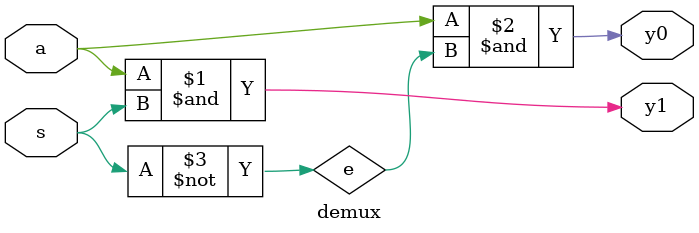
<source format=v>
module demux(a,s,y0,y1);
input a,s;
wire e;
output y0,y1;

not(e,s);
and(y1,a,s);
and(y0,a,e);
 

initial 
	begin
		$display ("this is 1x2 Demux");
	end
endmodule
</source>
